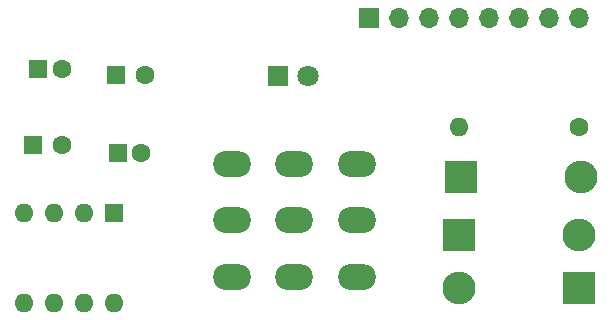
<source format=gbr>
G04 #@! TF.GenerationSoftware,KiCad,Pcbnew,7.0.11+dfsg-1build4*
G04 #@! TF.CreationDate,2026-01-28T22:33:10-05:00*
G04 #@! TF.ProjectId,stomp-chargepump,73746f6d-702d-4636-9861-72676570756d,rev?*
G04 #@! TF.SameCoordinates,Original*
G04 #@! TF.FileFunction,Soldermask,Top*
G04 #@! TF.FilePolarity,Negative*
%FSLAX46Y46*%
G04 Gerber Fmt 4.6, Leading zero omitted, Abs format (unit mm)*
G04 Created by KiCad (PCBNEW 7.0.11+dfsg-1build4) date 2026-01-28 22:33:10*
%MOMM*%
%LPD*%
G01*
G04 APERTURE LIST*
%ADD10R,1.600000X1.600000*%
%ADD11C,1.600000*%
%ADD12O,1.600000X1.600000*%
%ADD13R,2.800000X2.800000*%
%ADD14O,2.800000X2.800000*%
%ADD15R,1.800000X1.800000*%
%ADD16C,1.800000*%
%ADD17O,3.203200X2.203200*%
%ADD18R,1.700000X1.700000*%
%ADD19O,1.700000X1.700000*%
G04 APERTURE END LIST*
D10*
X110000000Y-75300000D03*
D11*
X112500000Y-75300000D03*
D10*
X109845000Y-87005000D03*
D12*
X107305000Y-87005000D03*
X104765000Y-87005000D03*
X102225000Y-87005000D03*
X102225000Y-94625000D03*
X104765000Y-94625000D03*
X107305000Y-94625000D03*
X109845000Y-94625000D03*
D13*
X149225000Y-93345000D03*
D14*
X139065000Y-93345000D03*
D10*
X110169888Y-81915000D03*
D11*
X112169888Y-81915000D03*
D10*
X102957621Y-81280000D03*
D11*
X105457621Y-81280000D03*
D15*
X123725000Y-75400000D03*
D16*
X126265000Y-75400000D03*
D13*
X139065000Y-88900000D03*
D14*
X149225000Y-88900000D03*
D10*
X103444888Y-74800000D03*
D11*
X105444888Y-74800000D03*
D13*
X139220000Y-84000000D03*
D14*
X149380000Y-84000000D03*
D11*
X149225000Y-79700000D03*
D12*
X139065000Y-79700000D03*
D17*
X119796560Y-82831940D03*
X119796560Y-87630000D03*
X119796560Y-92428060D03*
X125095000Y-82831940D03*
X125095000Y-87630000D03*
X125095000Y-92428060D03*
X130393440Y-82831940D03*
X130393440Y-87630000D03*
X130393440Y-92428060D03*
D18*
X131460000Y-70485000D03*
D19*
X134000000Y-70485000D03*
X136540000Y-70485000D03*
X139080000Y-70485000D03*
X141620000Y-70485000D03*
X144160000Y-70485000D03*
X146700000Y-70485000D03*
X149240000Y-70485000D03*
M02*

</source>
